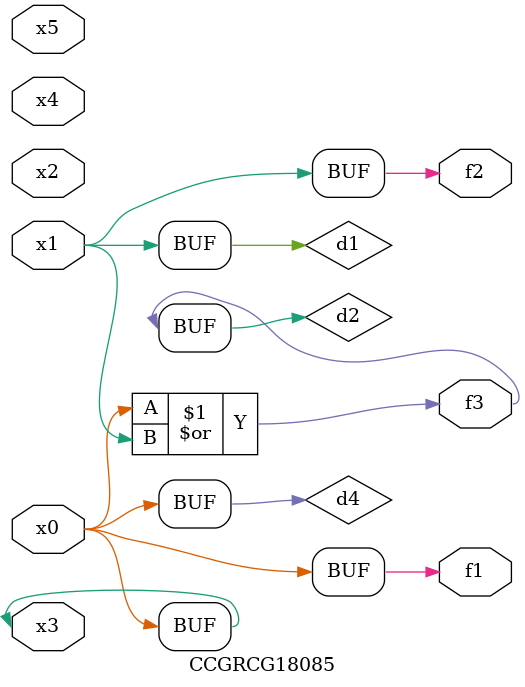
<source format=v>
module CCGRCG18085(
	input x0, x1, x2, x3, x4, x5,
	output f1, f2, f3
);

	wire d1, d2, d3, d4;

	and (d1, x1);
	or (d2, x0, x1);
	nand (d3, x0, x5);
	buf (d4, x0, x3);
	assign f1 = d4;
	assign f2 = d1;
	assign f3 = d2;
endmodule

</source>
